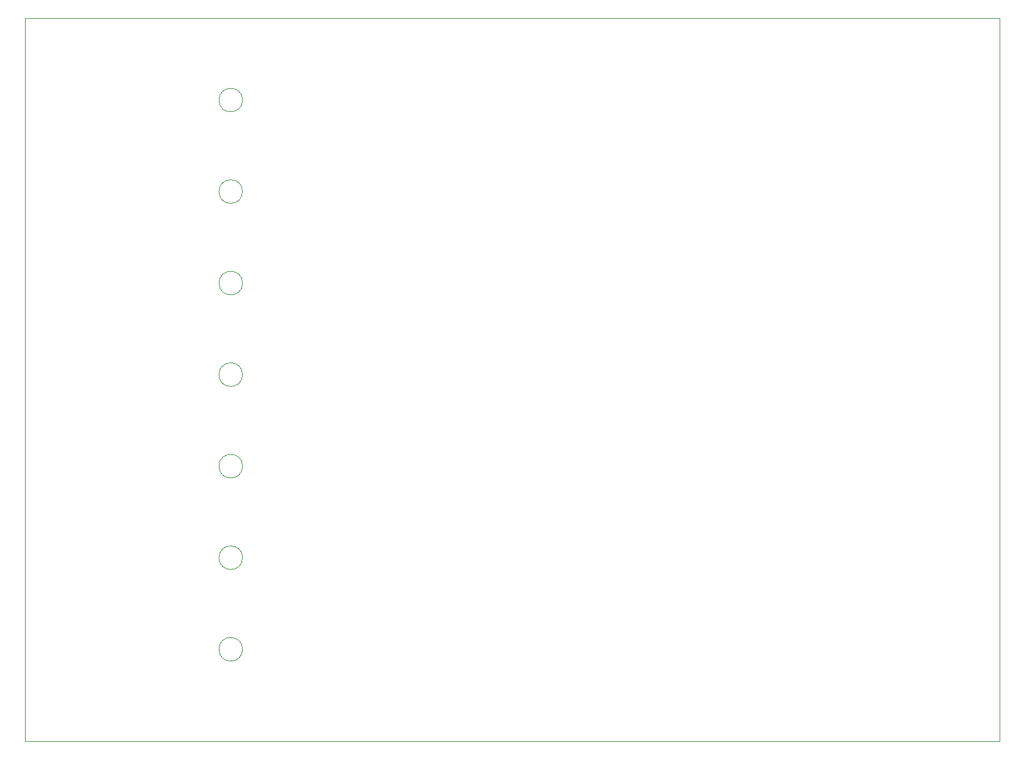
<source format=gbr>
%TF.GenerationSoftware,KiCad,Pcbnew,(6.0.8-1)-1*%
%TF.CreationDate,2022-12-30T20:11:41-05:00*%
%TF.ProjectId,Untitled,556e7469-746c-4656-942e-6b696361645f,rev?*%
%TF.SameCoordinates,Original*%
%TF.FileFunction,Profile,NP*%
%FSLAX46Y46*%
G04 Gerber Fmt 4.6, Leading zero omitted, Abs format (unit mm)*
G04 Created by KiCad (PCBNEW (6.0.8-1)-1) date 2022-12-30 20:11:41*
%MOMM*%
%LPD*%
G01*
G04 APERTURE LIST*
%TA.AperFunction,Profile*%
%ADD10C,0.100000*%
%TD*%
G04 APERTURE END LIST*
D10*
X75200000Y-118400000D02*
G75*
G03*
X75200000Y-118400000I-1600000J0D01*
G01*
X75200000Y-56400000D02*
G75*
G03*
X75200000Y-56400000I-1600000J0D01*
G01*
X45720000Y-32910000D02*
X177640000Y-32910000D01*
X177640000Y-32910000D02*
X177640000Y-130900000D01*
X177640000Y-130900000D02*
X45720000Y-130900000D01*
X45720000Y-130900000D02*
X45720000Y-32910000D01*
X75200000Y-68800000D02*
G75*
G03*
X75200000Y-68800000I-1600000J0D01*
G01*
X75200000Y-81200000D02*
G75*
G03*
X75200000Y-81200000I-1600000J0D01*
G01*
X75200000Y-106000000D02*
G75*
G03*
X75200000Y-106000000I-1600000J0D01*
G01*
X75200000Y-44000000D02*
G75*
G03*
X75200000Y-44000000I-1600000J0D01*
G01*
X75200000Y-93600000D02*
G75*
G03*
X75200000Y-93600000I-1600000J0D01*
G01*
M02*

</source>
